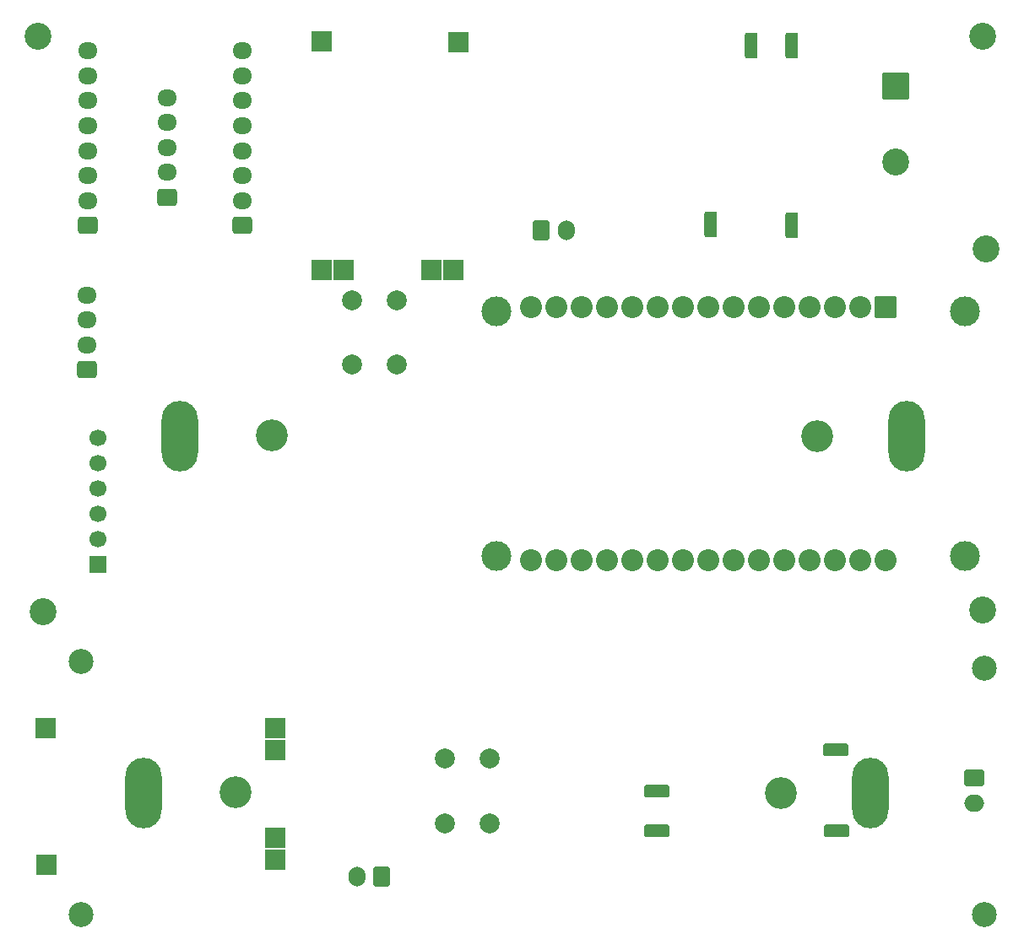
<source format=gbr>
%TF.GenerationSoftware,KiCad,Pcbnew,9.0.7*%
%TF.CreationDate,2026-02-15T13:03:06+01:00*%
%TF.ProjectId,handheldAerosolSensor,68616e64-6865-46c6-9441-65726f736f6c,Rev. 1.0*%
%TF.SameCoordinates,Original*%
%TF.FileFunction,Soldermask,Bot*%
%TF.FilePolarity,Negative*%
%FSLAX46Y46*%
G04 Gerber Fmt 4.6, Leading zero omitted, Abs format (unit mm)*
G04 Created by KiCad (PCBNEW 9.0.7) date 2026-02-15 13:03:06*
%MOMM*%
%LPD*%
G01*
G04 APERTURE LIST*
G04 Aperture macros list*
%AMRoundRect*
0 Rectangle with rounded corners*
0 $1 Rounding radius*
0 $2 $3 $4 $5 $6 $7 $8 $9 X,Y pos of 4 corners*
0 Add a 4 corners polygon primitive as box body*
4,1,4,$2,$3,$4,$5,$6,$7,$8,$9,$2,$3,0*
0 Add four circle primitives for the rounded corners*
1,1,$1+$1,$2,$3*
1,1,$1+$1,$4,$5*
1,1,$1+$1,$6,$7*
1,1,$1+$1,$8,$9*
0 Add four rect primitives between the rounded corners*
20,1,$1+$1,$2,$3,$4,$5,0*
20,1,$1+$1,$4,$5,$6,$7,0*
20,1,$1+$1,$6,$7,$8,$9,0*
20,1,$1+$1,$8,$9,$2,$3,0*%
G04 Aperture macros list end*
%ADD10C,2.500000*%
%ADD11C,2.700000*%
%ADD12RoundRect,0.250000X0.725000X-0.600000X0.725000X0.600000X-0.725000X0.600000X-0.725000X-0.600000X0*%
%ADD13O,1.950000X1.700000*%
%ADD14C,2.000000*%
%ADD15RoundRect,0.250000X-0.750000X0.600000X-0.750000X-0.600000X0.750000X-0.600000X0.750000X0.600000X0*%
%ADD16O,2.000000X1.700000*%
%ADD17RoundRect,0.250000X0.600000X0.750000X-0.600000X0.750000X-0.600000X-0.750000X0.600000X-0.750000X0*%
%ADD18O,1.700000X2.000000*%
%ADD19RoundRect,0.190500X-1.079500X-0.444500X1.079500X-0.444500X1.079500X0.444500X-1.079500X0.444500X0*%
%ADD20C,3.000000*%
%ADD21RoundRect,0.102000X-1.000000X1.000000X-1.000000X-1.000000X1.000000X-1.000000X1.000000X1.000000X0*%
%ADD22C,2.204000*%
%ADD23R,2.000000X2.000000*%
%ADD24R,1.700000X1.700000*%
%ADD25C,1.700000*%
%ADD26RoundRect,0.250000X-0.600000X-0.750000X0.600000X-0.750000X0.600000X0.750000X-0.600000X0.750000X0*%
%ADD27RoundRect,0.190500X-0.444500X1.079500X-0.444500X-1.079500X0.444500X-1.079500X0.444500X1.079500X0*%
%ADD28C,2.704000*%
%ADD29RoundRect,0.102000X-1.250000X1.250000X-1.250000X-1.250000X1.250000X-1.250000X1.250000X1.250000X0*%
%ADD30C,3.200000*%
%ADD31O,3.644000X7.084000*%
G04 APERTURE END LIST*
D10*
%TO.C,H201*%
X133800000Y-110400000D03*
%TD*%
D11*
%TO.C,H5*%
X224600000Y-69000000D03*
%TD*%
D12*
%TO.C,J2*%
X134500000Y-66600000D03*
D13*
X134500000Y-64100000D03*
X134500000Y-61600000D03*
X134500000Y-59100000D03*
X134500000Y-56600000D03*
X134500000Y-54100000D03*
X134500000Y-51600000D03*
X134500000Y-49100000D03*
%TD*%
D14*
%TO.C,SW201*%
X174800000Y-120085786D03*
X174800000Y-126585786D03*
X170300000Y-120085786D03*
X170300000Y-126585786D03*
%TD*%
%TO.C,SW1*%
X161000000Y-80600000D03*
X161000000Y-74100000D03*
X165500000Y-80600000D03*
X165500000Y-74100000D03*
%TD*%
D12*
%TO.C,J6*%
X150000000Y-66600000D03*
D13*
X150000000Y-64100000D03*
X150000000Y-61600000D03*
X150000000Y-59100000D03*
X150000000Y-56600000D03*
X150000000Y-54100000D03*
X150000000Y-51600000D03*
X150000000Y-49100000D03*
%TD*%
D10*
%TO.C,H202*%
X224400000Y-111000000D03*
%TD*%
D15*
%TO.C,J201*%
X223400000Y-122085786D03*
D16*
X223400000Y-124585786D03*
%TD*%
D17*
%TO.C,J202*%
X164000000Y-131985786D03*
D18*
X161500000Y-131985786D03*
%TD*%
D19*
%TO.C,U202*%
X191600000Y-123385786D03*
X191600000Y-127385786D03*
X209600000Y-127385786D03*
X209500000Y-119285786D03*
%TD*%
D10*
%TO.C,H203*%
X224400000Y-135800000D03*
%TD*%
D11*
%TO.C,H4*%
X130000000Y-105400000D03*
%TD*%
D12*
%TO.C,J1*%
X134425000Y-81100000D03*
D13*
X134425000Y-78600000D03*
X134425000Y-76100000D03*
X134425000Y-73600000D03*
%TD*%
D20*
%TO.C,U3*%
X222450000Y-75260000D03*
X175500000Y-75260000D03*
X222450000Y-99770000D03*
X175500000Y-99770000D03*
D21*
X214490000Y-74840000D03*
D22*
X211950000Y-74840000D03*
X209410000Y-74840000D03*
X206870000Y-74840000D03*
X204330000Y-74840000D03*
X201790000Y-74840000D03*
X199250000Y-74840000D03*
X196710000Y-74840000D03*
X194170000Y-74840000D03*
X191630000Y-74840000D03*
X189090000Y-74840000D03*
X186550000Y-74840000D03*
X184010000Y-74840000D03*
X181470000Y-74840000D03*
X178930000Y-74840000D03*
X178930000Y-100240000D03*
X181470000Y-100240000D03*
X184010000Y-100240000D03*
X186550000Y-100240000D03*
X189090000Y-100240000D03*
X191630000Y-100240000D03*
X194170000Y-100240000D03*
X196710000Y-100240000D03*
X199250000Y-100240000D03*
X201790000Y-100240000D03*
X204330000Y-100240000D03*
X206870000Y-100240000D03*
X209410000Y-100240000D03*
X211950000Y-100240000D03*
X214490000Y-100240000D03*
%TD*%
D23*
%TO.C,U201*%
X153300000Y-130285786D03*
X153300000Y-128085786D03*
X153300000Y-119285786D03*
X153300000Y-117085786D03*
X130300000Y-117085786D03*
X130400000Y-130785786D03*
%TD*%
D24*
%TO.C,J4*%
X135500000Y-100600000D03*
D25*
X135500000Y-98060000D03*
X135500000Y-95520000D03*
X135500000Y-92980000D03*
X135500000Y-90440000D03*
X135500000Y-87900000D03*
%TD*%
D26*
%TO.C,J5*%
X180000000Y-67100000D03*
D18*
X182500000Y-67100000D03*
%TD*%
D11*
%TO.C,H2*%
X224250000Y-47600000D03*
%TD*%
%TO.C,H3*%
X224250000Y-105200000D03*
%TD*%
D10*
%TO.C,H204*%
X133800000Y-135800000D03*
%TD*%
D11*
%TO.C,H1*%
X129500000Y-47600000D03*
%TD*%
D12*
%TO.C,J3*%
X142500000Y-63775000D03*
D13*
X142500000Y-61275000D03*
X142500000Y-58775000D03*
X142500000Y-56275000D03*
X142500000Y-53775000D03*
%TD*%
D27*
%TO.C,U2*%
X201100000Y-48600000D03*
X205100000Y-48600000D03*
X205100000Y-66600000D03*
X197000000Y-66500000D03*
%TD*%
D28*
%TO.C,LS1*%
X215500000Y-60200000D03*
D29*
X215500000Y-52600000D03*
%TD*%
D30*
%TO.C,BT1*%
X207700000Y-87750000D03*
X153000000Y-87650000D03*
D31*
X216650000Y-87750000D03*
X143750000Y-87750000D03*
%TD*%
D30*
%TO.C,BT201*%
X204050000Y-123585786D03*
X149350000Y-123485786D03*
D31*
X213000000Y-123585786D03*
X140100000Y-123585786D03*
%TD*%
D23*
%TO.C,U1*%
X171200000Y-71100000D03*
X169000000Y-71100000D03*
X160200000Y-71100000D03*
X158000000Y-71100000D03*
X158000000Y-48100000D03*
X171700000Y-48200000D03*
%TD*%
M02*

</source>
